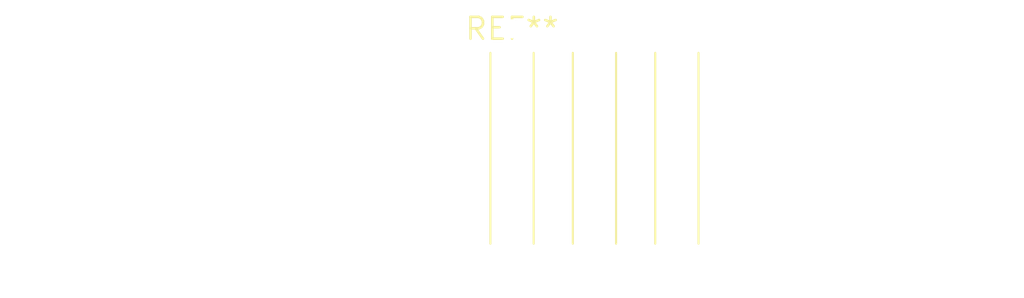
<source format=kicad_pcb>
(kicad_pcb (version 20240108) (generator pcbnew)
  (layers (0 "F.Cu" signal) (31 "B.Cu" signal) (34 "B.Paste" user) (35 "F.Paste" user) (36 "B.SilkS" user "B.Silkscreen") (37 "F.SilkS" user "F.Silkscreen") (38 "B.Mask" user) (39 "F.Mask" user) (44 "Edge.Cuts" user))
  (net 0 "")
  (footprint "SolderWire-0.5sqmm_1x03_P4.8mm_D0.9mm_OD2.3mm_Relief" (layer "F.Cu") (at 0 0)
    (property "Reference" "REF**")
    (property "Value" "SolderWire-0.5sqmm_1x03_P4.8mm_D0.9mm_OD2.3mm_Relief")
    (fp_line (start -1.26 1.41) (end -1.26 12.54) (layer "F.SilkS") (stroke (width 0.12)))
    (fp_line (start 1.26 1.41) (end 1.26 12.54) (layer "F.SilkS") (stroke (width 0.12)))
    (fp_line (start 3.54 1.41) (end 3.54 12.54) (layer "F.SilkS") (stroke (width 0.12)))
    (fp_line (start 6.06 1.41) (end 6.06 12.54) (layer "F.SilkS") (stroke (width 0.12)))
    (fp_line (start 8.34 1.41) (end 8.34 12.54) (layer "F.SilkS") (stroke (width 0.12)))
    (fp_line (start 10.86 1.41) (end 10.86 12.54) (layer "F.SilkS") (stroke (width 0.12)))
    (pad "" np_thru_hole circle (at 0 13.8) (size 2.8 2.8) (drill 2.8) (layers *.Cu *.Mask))
    (pad "" np_thru_hole circle (at 4.8 13.8) (size 2.8 2.8) (drill 2.8) (layers *.Cu *.Mask))
    (pad "" np_thru_hole circle (at 9.6 13.8) (size 2.8 2.8) (drill 2.8) (layers *.Cu *.Mask))
    (pad "1" thru_hole roundrect (at 0 0) (size 2.3 2.3) (drill 1.1) (layers *.Cu *.Mask) (remove_unused_layers) (roundrect_rratio 0.108696))
    (pad "2" thru_hole circle (at 4.8 0) (size 2.3 2.3) (drill 1.1) (layers *.Cu *.Mask) (remove_unused_layers))
    (pad "3" thru_hole circle (at 9.6 0) (size 2.3 2.3) (drill 1.1) (layers *.Cu *.Mask) (remove_unused_layers))
  )
)
</source>
